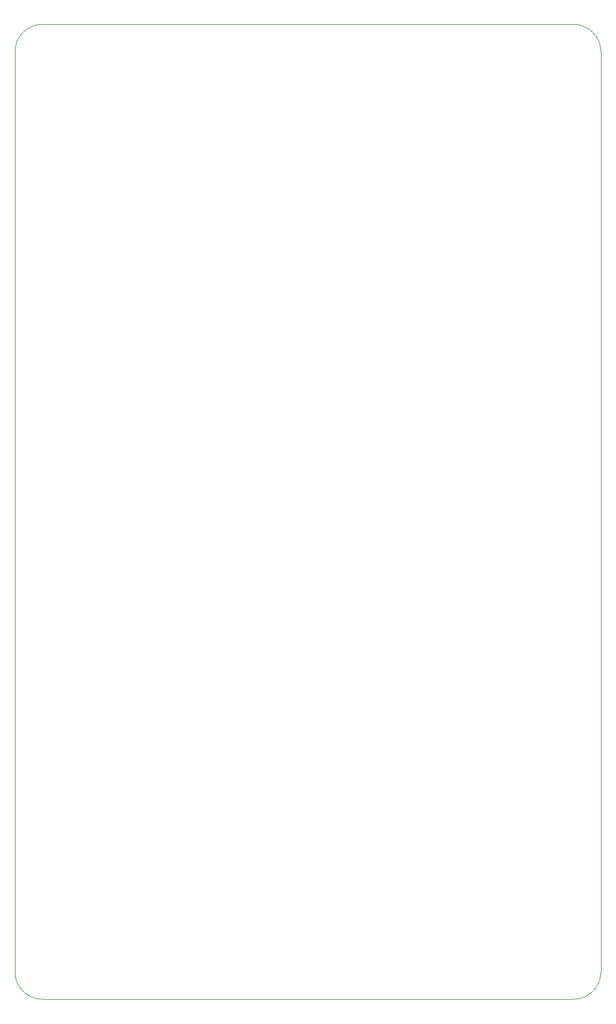
<source format=gm1>
G04 #@! TF.GenerationSoftware,KiCad,Pcbnew,(6.0.9)*
G04 #@! TF.CreationDate,2022-12-24T14:41:02+09:00*
G04 #@! TF.ProjectId,MainBoard,4d61696e-426f-4617-9264-2e6b69636164,rev?*
G04 #@! TF.SameCoordinates,Original*
G04 #@! TF.FileFunction,Profile,NP*
%FSLAX46Y46*%
G04 Gerber Fmt 4.6, Leading zero omitted, Abs format (unit mm)*
G04 Created by KiCad (PCBNEW (6.0.9)) date 2022-12-24 14:41:02*
%MOMM*%
%LPD*%
G01*
G04 APERTURE LIST*
G04 #@! TA.AperFunction,Profile*
%ADD10C,0.100000*%
G04 #@! TD*
G04 APERTURE END LIST*
D10*
X141000000Y-29000000D02*
X63000000Y-29000000D01*
X63000000Y-29000000D02*
G75*
G03*
X59000000Y-33000000I0J-4000000D01*
G01*
X59000000Y-168000000D02*
X59000000Y-33000000D01*
X145000000Y-114000000D02*
X145000000Y-33000000D01*
X145000000Y-33000000D02*
G75*
G03*
X141000000Y-29000000I-4000000J0D01*
G01*
X141000000Y-172000000D02*
G75*
G03*
X145000000Y-168000000I0J4000000D01*
G01*
X141000000Y-172000000D02*
X63000000Y-172000000D01*
X59000000Y-168000000D02*
G75*
G03*
X63000000Y-172000000I4000000J0D01*
G01*
X145000000Y-114000000D02*
X145000000Y-168000000D01*
M02*

</source>
